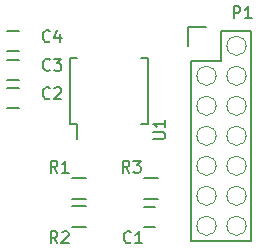
<source format=gbr>
G04 #@! TF.FileFunction,Legend,Top*
%FSLAX46Y46*%
G04 Gerber Fmt 4.6, Leading zero omitted, Abs format (unit mm)*
G04 Created by KiCad (PCBNEW 0.201509101502+6177~30~ubuntu14.04.1-product) date Παρ 18 Σεπ 2015 07:16:07 μμ EEST*
%MOMM*%
G01*
G04 APERTURE LIST*
%ADD10C,0.100000*%
%ADD11C,0.150000*%
G04 APERTURE END LIST*
D10*
D11*
X139962000Y-98259000D02*
X140962000Y-98259000D01*
X140962000Y-96559000D02*
X139962000Y-96559000D01*
X145315000Y-104375000D02*
X145890000Y-104375000D01*
X145315000Y-98825000D02*
X145890000Y-98825000D01*
X151865000Y-98825000D02*
X151290000Y-98825000D01*
X151865000Y-104375000D02*
X151290000Y-104375000D01*
X145315000Y-104375000D02*
X145315000Y-98825000D01*
X151865000Y-104375000D02*
X151865000Y-98825000D01*
X145890000Y-104375000D02*
X145890000Y-105650000D01*
X151519000Y-113118000D02*
X152519000Y-113118000D01*
X152519000Y-111418000D02*
X151519000Y-111418000D01*
X139962000Y-103085000D02*
X140962000Y-103085000D01*
X140962000Y-101385000D02*
X139962000Y-101385000D01*
X139962000Y-100672000D02*
X140962000Y-100672000D01*
X140962000Y-98972000D02*
X139962000Y-98972000D01*
X160655000Y-114300000D02*
X160655000Y-96520000D01*
X155575000Y-99060000D02*
X155575000Y-114300000D01*
X160655000Y-114300000D02*
X155575000Y-114300000D01*
X160655000Y-96520000D02*
X158115000Y-96520000D01*
X156845000Y-96240000D02*
X155295000Y-96240000D01*
X158115000Y-96520000D02*
X158115000Y-99060000D01*
X158115000Y-99060000D02*
X155575000Y-99060000D01*
X155295000Y-96240000D02*
X155295000Y-97790000D01*
X146650000Y-110730000D02*
X145450000Y-110730000D01*
X145450000Y-108980000D02*
X146650000Y-108980000D01*
X146650000Y-113143000D02*
X145450000Y-113143000D01*
X145450000Y-111393000D02*
X146650000Y-111393000D01*
X151546000Y-108980000D02*
X152746000Y-108980000D01*
X152746000Y-110730000D02*
X151546000Y-110730000D01*
D10*
X158571400Y-97790000D02*
X158571400Y-97790000D01*
X160198600Y-97790000D02*
X160198600Y-97790000D01*
X158571400Y-97790000D02*
G75*
G03X160198600Y-97790000I813600J0D01*
G01*
X160198600Y-97790000D02*
G75*
G03X158571400Y-97790000I-813600J0D01*
G01*
X156031400Y-100330000D02*
X156031400Y-100330000D01*
X157658600Y-100330000D02*
X157658600Y-100330000D01*
X156031400Y-100330000D02*
G75*
G03X157658600Y-100330000I813600J0D01*
G01*
X157658600Y-100330000D02*
G75*
G03X156031400Y-100330000I-813600J0D01*
G01*
X158571400Y-100330000D02*
X158571400Y-100330000D01*
X160198600Y-100330000D02*
X160198600Y-100330000D01*
X158571400Y-100330000D02*
G75*
G03X160198600Y-100330000I813600J0D01*
G01*
X160198600Y-100330000D02*
G75*
G03X158571400Y-100330000I-813600J0D01*
G01*
X156031400Y-102870000D02*
X156031400Y-102870000D01*
X157658600Y-102870000D02*
X157658600Y-102870000D01*
X156031400Y-102870000D02*
G75*
G03X157658600Y-102870000I813600J0D01*
G01*
X157658600Y-102870000D02*
G75*
G03X156031400Y-102870000I-813600J0D01*
G01*
X158571400Y-102870000D02*
X158571400Y-102870000D01*
X160198600Y-102870000D02*
X160198600Y-102870000D01*
X158571400Y-102870000D02*
G75*
G03X160198600Y-102870000I813600J0D01*
G01*
X160198600Y-102870000D02*
G75*
G03X158571400Y-102870000I-813600J0D01*
G01*
X156031400Y-105410000D02*
X156031400Y-105410000D01*
X157658600Y-105410000D02*
X157658600Y-105410000D01*
X156031400Y-105410000D02*
G75*
G03X157658600Y-105410000I813600J0D01*
G01*
X157658600Y-105410000D02*
G75*
G03X156031400Y-105410000I-813600J0D01*
G01*
X158571400Y-105410000D02*
X158571400Y-105410000D01*
X160198600Y-105410000D02*
X160198600Y-105410000D01*
X158571400Y-105410000D02*
G75*
G03X160198600Y-105410000I813600J0D01*
G01*
X160198600Y-105410000D02*
G75*
G03X158571400Y-105410000I-813600J0D01*
G01*
X156031400Y-107950000D02*
X156031400Y-107950000D01*
X157658600Y-107950000D02*
X157658600Y-107950000D01*
X156031400Y-107950000D02*
G75*
G03X157658600Y-107950000I813600J0D01*
G01*
X157658600Y-107950000D02*
G75*
G03X156031400Y-107950000I-813600J0D01*
G01*
X158571400Y-107950000D02*
X158571400Y-107950000D01*
X160198600Y-107950000D02*
X160198600Y-107950000D01*
X158571400Y-107950000D02*
G75*
G03X160198600Y-107950000I813600J0D01*
G01*
X160198600Y-107950000D02*
G75*
G03X158571400Y-107950000I-813600J0D01*
G01*
X156031400Y-110490000D02*
X156031400Y-110490000D01*
X157658600Y-110490000D02*
X157658600Y-110490000D01*
X156031400Y-110490000D02*
G75*
G03X157658600Y-110490000I813600J0D01*
G01*
X157658600Y-110490000D02*
G75*
G03X156031400Y-110490000I-813600J0D01*
G01*
X158571400Y-110490000D02*
X158571400Y-110490000D01*
X160198600Y-110490000D02*
X160198600Y-110490000D01*
X158571400Y-110490000D02*
G75*
G03X160198600Y-110490000I813600J0D01*
G01*
X160198600Y-110490000D02*
G75*
G03X158571400Y-110490000I-813600J0D01*
G01*
X156031400Y-113030000D02*
X156031400Y-113030000D01*
X157658600Y-113030000D02*
X157658600Y-113030000D01*
X156031400Y-113030000D02*
G75*
G03X157658600Y-113030000I813600J0D01*
G01*
X157658600Y-113030000D02*
G75*
G03X156031400Y-113030000I-813600J0D01*
G01*
X158571400Y-113030000D02*
X158571400Y-113030000D01*
X160198600Y-113030000D02*
X160198600Y-113030000D01*
X158571400Y-113030000D02*
G75*
G03X160198600Y-113030000I813600J0D01*
G01*
X160198600Y-113030000D02*
G75*
G03X158571400Y-113030000I-813600J0D01*
G01*
D11*
X143597334Y-97385143D02*
X143549715Y-97432762D01*
X143406858Y-97480381D01*
X143311620Y-97480381D01*
X143168762Y-97432762D01*
X143073524Y-97337524D01*
X143025905Y-97242286D01*
X142978286Y-97051810D01*
X142978286Y-96908952D01*
X143025905Y-96718476D01*
X143073524Y-96623238D01*
X143168762Y-96528000D01*
X143311620Y-96480381D01*
X143406858Y-96480381D01*
X143549715Y-96528000D01*
X143597334Y-96575619D01*
X144454477Y-96813714D02*
X144454477Y-97480381D01*
X144216381Y-96432762D02*
X143978286Y-97147048D01*
X144597334Y-97147048D01*
X152360381Y-105663905D02*
X153169905Y-105663905D01*
X153265143Y-105616286D01*
X153312762Y-105568667D01*
X153360381Y-105473429D01*
X153360381Y-105282952D01*
X153312762Y-105187714D01*
X153265143Y-105140095D01*
X153169905Y-105092476D01*
X152360381Y-105092476D01*
X153360381Y-104092476D02*
X153360381Y-104663905D01*
X153360381Y-104378191D02*
X152360381Y-104378191D01*
X152503238Y-104473429D01*
X152598476Y-104568667D01*
X152646095Y-104663905D01*
X150455334Y-114403143D02*
X150407715Y-114450762D01*
X150264858Y-114498381D01*
X150169620Y-114498381D01*
X150026762Y-114450762D01*
X149931524Y-114355524D01*
X149883905Y-114260286D01*
X149836286Y-114069810D01*
X149836286Y-113926952D01*
X149883905Y-113736476D01*
X149931524Y-113641238D01*
X150026762Y-113546000D01*
X150169620Y-113498381D01*
X150264858Y-113498381D01*
X150407715Y-113546000D01*
X150455334Y-113593619D01*
X151407715Y-114498381D02*
X150836286Y-114498381D01*
X151122000Y-114498381D02*
X151122000Y-113498381D01*
X151026762Y-113641238D01*
X150931524Y-113736476D01*
X150836286Y-113784095D01*
X143597334Y-102211143D02*
X143549715Y-102258762D01*
X143406858Y-102306381D01*
X143311620Y-102306381D01*
X143168762Y-102258762D01*
X143073524Y-102163524D01*
X143025905Y-102068286D01*
X142978286Y-101877810D01*
X142978286Y-101734952D01*
X143025905Y-101544476D01*
X143073524Y-101449238D01*
X143168762Y-101354000D01*
X143311620Y-101306381D01*
X143406858Y-101306381D01*
X143549715Y-101354000D01*
X143597334Y-101401619D01*
X143978286Y-101401619D02*
X144025905Y-101354000D01*
X144121143Y-101306381D01*
X144359239Y-101306381D01*
X144454477Y-101354000D01*
X144502096Y-101401619D01*
X144549715Y-101496857D01*
X144549715Y-101592095D01*
X144502096Y-101734952D01*
X143930667Y-102306381D01*
X144549715Y-102306381D01*
X143597334Y-99798143D02*
X143549715Y-99845762D01*
X143406858Y-99893381D01*
X143311620Y-99893381D01*
X143168762Y-99845762D01*
X143073524Y-99750524D01*
X143025905Y-99655286D01*
X142978286Y-99464810D01*
X142978286Y-99321952D01*
X143025905Y-99131476D01*
X143073524Y-99036238D01*
X143168762Y-98941000D01*
X143311620Y-98893381D01*
X143406858Y-98893381D01*
X143549715Y-98941000D01*
X143597334Y-98988619D01*
X143930667Y-98893381D02*
X144549715Y-98893381D01*
X144216381Y-99274333D01*
X144359239Y-99274333D01*
X144454477Y-99321952D01*
X144502096Y-99369571D01*
X144549715Y-99464810D01*
X144549715Y-99702905D01*
X144502096Y-99798143D01*
X144454477Y-99845762D01*
X144359239Y-99893381D01*
X144073524Y-99893381D01*
X143978286Y-99845762D01*
X143930667Y-99798143D01*
X159154905Y-95448381D02*
X159154905Y-94448381D01*
X159535858Y-94448381D01*
X159631096Y-94496000D01*
X159678715Y-94543619D01*
X159726334Y-94638857D01*
X159726334Y-94781714D01*
X159678715Y-94876952D01*
X159631096Y-94924571D01*
X159535858Y-94972190D01*
X159154905Y-94972190D01*
X160678715Y-95448381D02*
X160107286Y-95448381D01*
X160393000Y-95448381D02*
X160393000Y-94448381D01*
X160297762Y-94591238D01*
X160202524Y-94686476D01*
X160107286Y-94734095D01*
X144232334Y-108529381D02*
X143899000Y-108053190D01*
X143660905Y-108529381D02*
X143660905Y-107529381D01*
X144041858Y-107529381D01*
X144137096Y-107577000D01*
X144184715Y-107624619D01*
X144232334Y-107719857D01*
X144232334Y-107862714D01*
X144184715Y-107957952D01*
X144137096Y-108005571D01*
X144041858Y-108053190D01*
X143660905Y-108053190D01*
X145184715Y-108529381D02*
X144613286Y-108529381D01*
X144899000Y-108529381D02*
X144899000Y-107529381D01*
X144803762Y-107672238D01*
X144708524Y-107767476D01*
X144613286Y-107815095D01*
X144232334Y-114498381D02*
X143899000Y-114022190D01*
X143660905Y-114498381D02*
X143660905Y-113498381D01*
X144041858Y-113498381D01*
X144137096Y-113546000D01*
X144184715Y-113593619D01*
X144232334Y-113688857D01*
X144232334Y-113831714D01*
X144184715Y-113926952D01*
X144137096Y-113974571D01*
X144041858Y-114022190D01*
X143660905Y-114022190D01*
X144613286Y-113593619D02*
X144660905Y-113546000D01*
X144756143Y-113498381D01*
X144994239Y-113498381D01*
X145089477Y-113546000D01*
X145137096Y-113593619D01*
X145184715Y-113688857D01*
X145184715Y-113784095D01*
X145137096Y-113926952D01*
X144565667Y-114498381D01*
X145184715Y-114498381D01*
X150328334Y-108529381D02*
X149995000Y-108053190D01*
X149756905Y-108529381D02*
X149756905Y-107529381D01*
X150137858Y-107529381D01*
X150233096Y-107577000D01*
X150280715Y-107624619D01*
X150328334Y-107719857D01*
X150328334Y-107862714D01*
X150280715Y-107957952D01*
X150233096Y-108005571D01*
X150137858Y-108053190D01*
X149756905Y-108053190D01*
X150661667Y-107529381D02*
X151280715Y-107529381D01*
X150947381Y-107910333D01*
X151090239Y-107910333D01*
X151185477Y-107957952D01*
X151233096Y-108005571D01*
X151280715Y-108100810D01*
X151280715Y-108338905D01*
X151233096Y-108434143D01*
X151185477Y-108481762D01*
X151090239Y-108529381D01*
X150804524Y-108529381D01*
X150709286Y-108481762D01*
X150661667Y-108434143D01*
M02*

</source>
